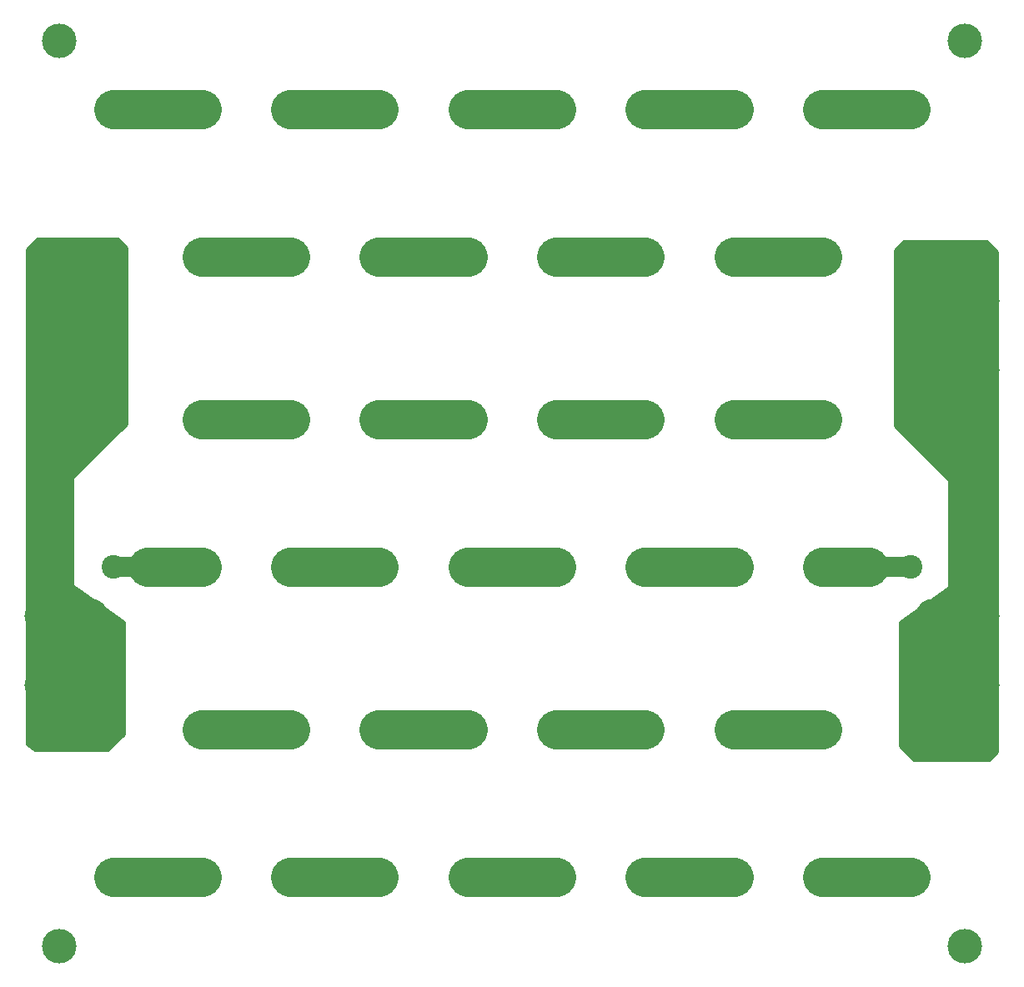
<source format=gbr>
G04 #@! TF.GenerationSoftware,KiCad,Pcbnew,5.0.2-bee76a0~70~ubuntu18.04.1*
G04 #@! TF.CreationDate,2019-01-25T00:18:25-08:00*
G04 #@! TF.ProjectId,mmc,6d6d632e-6b69-4636-9164-5f7063625858,rev?*
G04 #@! TF.SameCoordinates,Original*
G04 #@! TF.FileFunction,Copper,L2,Bot*
G04 #@! TF.FilePolarity,Positive*
%FSLAX46Y46*%
G04 Gerber Fmt 4.6, Leading zero omitted, Abs format (unit mm)*
G04 Created by KiCad (PCBNEW 5.0.2-bee76a0~70~ubuntu18.04.1) date Fri 25 Jan 2019 12:18:25 AM PST*
%MOMM*%
%LPD*%
G01*
G04 APERTURE LIST*
G04 #@! TA.AperFunction,ComponentPad*
%ADD10C,2.400000*%
G04 #@! TD*
G04 #@! TA.AperFunction,ComponentPad*
%ADD11C,3.500000*%
G04 #@! TD*
G04 #@! TA.AperFunction,WasherPad*
%ADD12C,3.500000*%
G04 #@! TD*
G04 #@! TA.AperFunction,Conductor*
%ADD13C,4.000000*%
G04 #@! TD*
G04 #@! TA.AperFunction,Conductor*
%ADD14C,2.000000*%
G04 #@! TD*
G04 #@! TA.AperFunction,Conductor*
%ADD15C,0.254000*%
G04 #@! TD*
G04 APERTURE END LIST*
D10*
G04 #@! TO.P,C1001,1*
G04 #@! TO.N,Net-(C1001-Pad1)*
X59500000Y-86000000D03*
G04 #@! TO.P,C1001,2*
G04 #@! TO.N,Net-(C1001-Pad2)*
X59500000Y-71000000D03*
G04 #@! TD*
G04 #@! TO.P,C1002,2*
G04 #@! TO.N,Net-(C1002-Pad2)*
X68500000Y-86000000D03*
G04 #@! TO.P,C1002,1*
G04 #@! TO.N,Net-(C1001-Pad2)*
X68500000Y-71000000D03*
G04 #@! TD*
G04 #@! TO.P,C1003,1*
G04 #@! TO.N,Net-(C1002-Pad2)*
X77500000Y-86000000D03*
G04 #@! TO.P,C1003,2*
G04 #@! TO.N,Net-(C1003-Pad2)*
X77500000Y-71000000D03*
G04 #@! TD*
G04 #@! TO.P,C1004,2*
G04 #@! TO.N,Net-(C1004-Pad2)*
X86500000Y-86000000D03*
G04 #@! TO.P,C1004,1*
G04 #@! TO.N,Net-(C1003-Pad2)*
X86500000Y-71000000D03*
G04 #@! TD*
G04 #@! TO.P,C1005,1*
G04 #@! TO.N,Net-(C1004-Pad2)*
X95500000Y-86000000D03*
G04 #@! TO.P,C1005,2*
G04 #@! TO.N,Net-(C1005-Pad2)*
X95500000Y-71000000D03*
G04 #@! TD*
G04 #@! TO.P,C1006,2*
G04 #@! TO.N,Net-(C1006-Pad2)*
X104500000Y-86000000D03*
G04 #@! TO.P,C1006,1*
G04 #@! TO.N,Net-(C1005-Pad2)*
X104500000Y-71000000D03*
G04 #@! TD*
G04 #@! TO.P,C1007,1*
G04 #@! TO.N,Net-(C1006-Pad2)*
X113500000Y-86000000D03*
G04 #@! TO.P,C1007,2*
G04 #@! TO.N,Net-(C1007-Pad2)*
X113500000Y-71000000D03*
G04 #@! TD*
G04 #@! TO.P,C1008,2*
G04 #@! TO.N,Net-(C1008-Pad2)*
X122500000Y-86000000D03*
G04 #@! TO.P,C1008,1*
G04 #@! TO.N,Net-(C1007-Pad2)*
X122500000Y-71000000D03*
G04 #@! TD*
G04 #@! TO.P,C1009,1*
G04 #@! TO.N,Net-(C1008-Pad2)*
X131500000Y-86000000D03*
G04 #@! TO.P,C1009,2*
G04 #@! TO.N,Net-(C1009-Pad2)*
X131500000Y-71000000D03*
G04 #@! TD*
G04 #@! TO.P,C1010,2*
G04 #@! TO.N,Net-(C1010-Pad2)*
X140500000Y-86000000D03*
G04 #@! TO.P,C1010,1*
G04 #@! TO.N,Net-(C1009-Pad2)*
X140500000Y-71000000D03*
G04 #@! TD*
G04 #@! TO.P,C1011,1*
G04 #@! TO.N,Net-(C1001-Pad1)*
X59500000Y-102500000D03*
G04 #@! TO.P,C1011,2*
G04 #@! TO.N,Net-(C1011-Pad2)*
X59500000Y-117500000D03*
G04 #@! TD*
G04 #@! TO.P,C1012,2*
G04 #@! TO.N,Net-(C1012-Pad2)*
X68500000Y-102500000D03*
G04 #@! TO.P,C1012,1*
G04 #@! TO.N,Net-(C1011-Pad2)*
X68500000Y-117500000D03*
G04 #@! TD*
G04 #@! TO.P,C1013,2*
G04 #@! TO.N,Net-(C1013-Pad2)*
X77500000Y-117500000D03*
G04 #@! TO.P,C1013,1*
G04 #@! TO.N,Net-(C1012-Pad2)*
X77500000Y-102500000D03*
G04 #@! TD*
G04 #@! TO.P,C1014,2*
G04 #@! TO.N,Net-(C1014-Pad2)*
X86500000Y-102500000D03*
G04 #@! TO.P,C1014,1*
G04 #@! TO.N,Net-(C1013-Pad2)*
X86500000Y-117500000D03*
G04 #@! TD*
G04 #@! TO.P,C1015,1*
G04 #@! TO.N,Net-(C1014-Pad2)*
X95500000Y-102500000D03*
G04 #@! TO.P,C1015,2*
G04 #@! TO.N,Net-(C1015-Pad2)*
X95500000Y-117500000D03*
G04 #@! TD*
G04 #@! TO.P,C1016,2*
G04 #@! TO.N,Net-(C1016-Pad2)*
X104500000Y-102500000D03*
G04 #@! TO.P,C1016,1*
G04 #@! TO.N,Net-(C1015-Pad2)*
X104500000Y-117500000D03*
G04 #@! TD*
G04 #@! TO.P,C1017,1*
G04 #@! TO.N,Net-(C1016-Pad2)*
X113500000Y-102500000D03*
G04 #@! TO.P,C1017,2*
G04 #@! TO.N,Net-(C1017-Pad2)*
X113500000Y-117500000D03*
G04 #@! TD*
G04 #@! TO.P,C1018,1*
G04 #@! TO.N,Net-(C1017-Pad2)*
X122500000Y-117500000D03*
G04 #@! TO.P,C1018,2*
G04 #@! TO.N,Net-(C1018-Pad2)*
X122500000Y-102500000D03*
G04 #@! TD*
G04 #@! TO.P,C1019,2*
G04 #@! TO.N,Net-(C1019-Pad2)*
X131500000Y-117500000D03*
G04 #@! TO.P,C1019,1*
G04 #@! TO.N,Net-(C1018-Pad2)*
X131500000Y-102500000D03*
G04 #@! TD*
G04 #@! TO.P,C1020,1*
G04 #@! TO.N,Net-(C1019-Pad2)*
X140500000Y-117500000D03*
G04 #@! TO.P,C1020,2*
G04 #@! TO.N,Net-(C1010-Pad2)*
X140500000Y-102500000D03*
G04 #@! TD*
G04 #@! TO.P,C1021,2*
G04 #@! TO.N,Net-(C1021-Pad2)*
X59500000Y-149000000D03*
G04 #@! TO.P,C1021,1*
G04 #@! TO.N,Net-(C1001-Pad1)*
X59500000Y-134000000D03*
G04 #@! TD*
G04 #@! TO.P,C1022,1*
G04 #@! TO.N,Net-(C1021-Pad2)*
X68500000Y-149000000D03*
G04 #@! TO.P,C1022,2*
G04 #@! TO.N,Net-(C1022-Pad2)*
X68500000Y-134000000D03*
G04 #@! TD*
G04 #@! TO.P,C1023,2*
G04 #@! TO.N,Net-(C1023-Pad2)*
X77500000Y-149000000D03*
G04 #@! TO.P,C1023,1*
G04 #@! TO.N,Net-(C1022-Pad2)*
X77500000Y-134000000D03*
G04 #@! TD*
G04 #@! TO.P,C1024,1*
G04 #@! TO.N,Net-(C1023-Pad2)*
X86500000Y-149000000D03*
G04 #@! TO.P,C1024,2*
G04 #@! TO.N,Net-(C1024-Pad2)*
X86500000Y-134000000D03*
G04 #@! TD*
G04 #@! TO.P,C1025,2*
G04 #@! TO.N,Net-(C1025-Pad2)*
X95500000Y-149000000D03*
G04 #@! TO.P,C1025,1*
G04 #@! TO.N,Net-(C1024-Pad2)*
X95500000Y-134000000D03*
G04 #@! TD*
G04 #@! TO.P,C1026,1*
G04 #@! TO.N,Net-(C1025-Pad2)*
X104500000Y-149000000D03*
G04 #@! TO.P,C1026,2*
G04 #@! TO.N,Net-(C1026-Pad2)*
X104500000Y-134000000D03*
G04 #@! TD*
G04 #@! TO.P,C1027,2*
G04 #@! TO.N,Net-(C1027-Pad2)*
X113500000Y-149000000D03*
G04 #@! TO.P,C1027,1*
G04 #@! TO.N,Net-(C1026-Pad2)*
X113500000Y-134000000D03*
G04 #@! TD*
G04 #@! TO.P,C1028,1*
G04 #@! TO.N,Net-(C1027-Pad2)*
X122500000Y-149000000D03*
G04 #@! TO.P,C1028,2*
G04 #@! TO.N,Net-(C1028-Pad2)*
X122500000Y-134000000D03*
G04 #@! TD*
G04 #@! TO.P,C1029,2*
G04 #@! TO.N,Net-(C1029-Pad2)*
X131500000Y-149000000D03*
G04 #@! TO.P,C1029,1*
G04 #@! TO.N,Net-(C1028-Pad2)*
X131500000Y-134000000D03*
G04 #@! TD*
G04 #@! TO.P,C1030,1*
G04 #@! TO.N,Net-(C1029-Pad2)*
X140500000Y-149000000D03*
G04 #@! TO.P,C1030,2*
G04 #@! TO.N,Net-(C1010-Pad2)*
X140500000Y-134000000D03*
G04 #@! TD*
D11*
G04 #@! TO.P,J1001,1*
G04 #@! TO.N,Net-(C1001-Pad1)*
X57500000Y-90495000D03*
X52500000Y-90495000D03*
X52500000Y-97505000D03*
X57500000Y-97505000D03*
G04 #@! TD*
G04 #@! TO.P,J1002,1*
G04 #@! TO.N,Net-(C1010-Pad2)*
X147750000Y-129505000D03*
X142750000Y-129505000D03*
X142750000Y-122495000D03*
X147750000Y-122495000D03*
G04 #@! TD*
D12*
G04 #@! TO.P,J1003,*
G04 #@! TO.N,*
X54000000Y-64000000D03*
G04 #@! TD*
G04 #@! TO.P,J1004,*
G04 #@! TO.N,*
X146000000Y-156000000D03*
G04 #@! TD*
G04 #@! TO.P,J1005,*
G04 #@! TO.N,*
X54000000Y-156000000D03*
G04 #@! TD*
G04 #@! TO.P,J1006,*
G04 #@! TO.N,*
X146000000Y-64000000D03*
G04 #@! TD*
D11*
G04 #@! TO.P,J1007,1*
G04 #@! TO.N,Net-(C1001-Pad1)*
X57250000Y-129505000D03*
X52250000Y-129505000D03*
X52250000Y-122495000D03*
X57250000Y-122495000D03*
G04 #@! TD*
G04 #@! TO.P,J1008,1*
G04 #@! TO.N,Net-(C1010-Pad2)*
X147750000Y-90495000D03*
X142750000Y-90495000D03*
X142750000Y-97505000D03*
X147750000Y-97505000D03*
G04 #@! TD*
D13*
G04 #@! TO.N,Net-(C1001-Pad2)*
X59500000Y-71000000D02*
X68500000Y-71000000D01*
G04 #@! TO.N,Net-(C1002-Pad2)*
X77500000Y-86000000D02*
X68500000Y-86000000D01*
G04 #@! TO.N,Net-(C1003-Pad2)*
X77500000Y-71000000D02*
X86500000Y-71000000D01*
G04 #@! TO.N,Net-(C1004-Pad2)*
X95500000Y-86000000D02*
X86500000Y-86000000D01*
G04 #@! TO.N,Net-(C1013-Pad2)*
X77500000Y-117500000D02*
X86500000Y-117500000D01*
G04 #@! TO.N,Net-(C1014-Pad2)*
X86500000Y-102500000D02*
X95500000Y-102500000D01*
G04 #@! TO.N,Net-(C1015-Pad2)*
X95500000Y-117500000D02*
X104500000Y-117500000D01*
G04 #@! TO.N,Net-(C1025-Pad2)*
X104500000Y-149000000D02*
X95500000Y-149000000D01*
G04 #@! TO.N,Net-(C1026-Pad2)*
X104500000Y-134000000D02*
X113500000Y-134000000D01*
G04 #@! TO.N,Net-(C1005-Pad2)*
X95500000Y-71000000D02*
X104500000Y-71000000D01*
G04 #@! TO.N,Net-(C1006-Pad2)*
X113500000Y-86000000D02*
X104500000Y-86000000D01*
G04 #@! TO.N,Net-(C1007-Pad2)*
X113500000Y-71000000D02*
X122500000Y-71000000D01*
G04 #@! TO.N,Net-(C1008-Pad2)*
X131500000Y-86000000D02*
X122500000Y-86000000D01*
G04 #@! TO.N,Net-(C1009-Pad2)*
X131500000Y-71000000D02*
X140500000Y-71000000D01*
G04 #@! TO.N,Net-(C1011-Pad2)*
X68500000Y-117500000D02*
X63000000Y-117500000D01*
D14*
X59500000Y-117500000D02*
X63000000Y-117500000D01*
D13*
G04 #@! TO.N,Net-(C1012-Pad2)*
X68500000Y-102500000D02*
X77500000Y-102500000D01*
G04 #@! TO.N,Net-(C1016-Pad2)*
X104500000Y-102500000D02*
X113500000Y-102500000D01*
G04 #@! TO.N,Net-(C1017-Pad2)*
X113500000Y-117500000D02*
X122500000Y-117500000D01*
G04 #@! TO.N,Net-(C1018-Pad2)*
X122500000Y-102500000D02*
X131500000Y-102500000D01*
G04 #@! TO.N,Net-(C1019-Pad2)*
X131500000Y-117500000D02*
X136250000Y-117500000D01*
D14*
X136250000Y-117500000D02*
X140500000Y-117500000D01*
D13*
G04 #@! TO.N,Net-(C1021-Pad2)*
X68500000Y-149000000D02*
X59500000Y-149000000D01*
G04 #@! TO.N,Net-(C1022-Pad2)*
X68500000Y-134000000D02*
X77500000Y-134000000D01*
G04 #@! TO.N,Net-(C1023-Pad2)*
X86500000Y-149000000D02*
X77500000Y-149000000D01*
G04 #@! TO.N,Net-(C1024-Pad2)*
X86500000Y-134000000D02*
X95500000Y-134000000D01*
G04 #@! TO.N,Net-(C1027-Pad2)*
X122500000Y-149000000D02*
X113500000Y-149000000D01*
G04 #@! TO.N,Net-(C1028-Pad2)*
X122500000Y-134000000D02*
X131500000Y-134000000D01*
G04 #@! TO.N,Net-(C1029-Pad2)*
X140500000Y-149000000D02*
X131500000Y-149000000D01*
G04 #@! TD*
D15*
G04 #@! TO.N,Net-(C1001-Pad1)*
G36*
X60873000Y-85052606D02*
X60873000Y-102947394D01*
X55410197Y-108410197D01*
X55382667Y-108451399D01*
X55373000Y-108500000D01*
X55373000Y-119250000D01*
X55382667Y-119298601D01*
X55426183Y-119353344D01*
X60623000Y-123065356D01*
X60623000Y-134447394D01*
X58947394Y-136123000D01*
X51542333Y-136123000D01*
X50710000Y-135498750D01*
X50710000Y-85219606D01*
X51802606Y-84127000D01*
X59947394Y-84127000D01*
X60873000Y-85052606D01*
X60873000Y-85052606D01*
G37*
X60873000Y-85052606D02*
X60873000Y-102947394D01*
X55410197Y-108410197D01*
X55382667Y-108451399D01*
X55373000Y-108500000D01*
X55373000Y-119250000D01*
X55382667Y-119298601D01*
X55426183Y-119353344D01*
X60623000Y-123065356D01*
X60623000Y-134447394D01*
X58947394Y-136123000D01*
X51542333Y-136123000D01*
X50710000Y-135498750D01*
X50710000Y-85219606D01*
X51802606Y-84127000D01*
X59947394Y-84127000D01*
X60873000Y-85052606D01*
G04 #@! TO.N,Net-(C1010-Pad2)*
G36*
X149290001Y-85469607D02*
X149290000Y-136280394D01*
X148447394Y-137123000D01*
X140802606Y-137123000D01*
X139377000Y-135697394D01*
X139377000Y-123066123D01*
X144322830Y-119604042D01*
X144357101Y-119568252D01*
X144377000Y-119500000D01*
X144377000Y-108750000D01*
X144367333Y-108701399D01*
X144339803Y-108660197D01*
X138877000Y-103197394D01*
X138877000Y-85302606D01*
X139802606Y-84377000D01*
X148197394Y-84377000D01*
X149290001Y-85469607D01*
X149290001Y-85469607D01*
G37*
X149290001Y-85469607D02*
X149290000Y-136280394D01*
X148447394Y-137123000D01*
X140802606Y-137123000D01*
X139377000Y-135697394D01*
X139377000Y-123066123D01*
X144322830Y-119604042D01*
X144357101Y-119568252D01*
X144377000Y-119500000D01*
X144377000Y-108750000D01*
X144367333Y-108701399D01*
X144339803Y-108660197D01*
X138877000Y-103197394D01*
X138877000Y-85302606D01*
X139802606Y-84377000D01*
X148197394Y-84377000D01*
X149290001Y-85469607D01*
G04 #@! TD*
M02*

</source>
